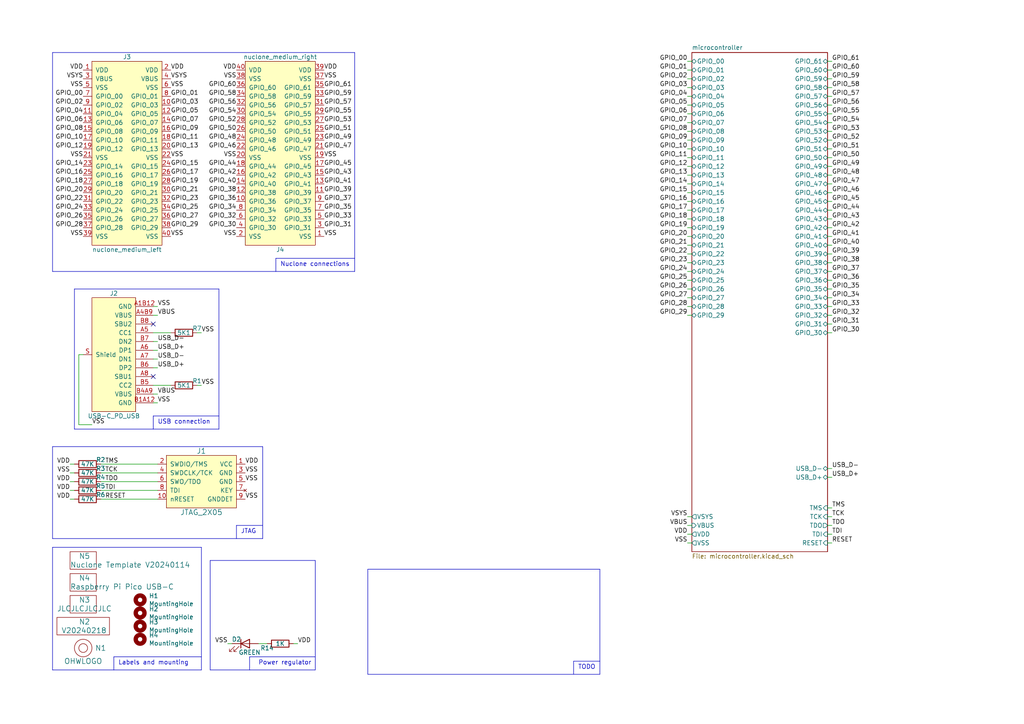
<source format=kicad_sch>
(kicad_sch (version 20230121) (generator eeschema)
  (paper "A4")
  (lib_symbols
    (symbol "Device:LED" (pin_numbers hide) (pin_names (offset 1.016) hide)
      (property "Reference" "D" (at 0 2.54 0))
      (property "Value" "LED" (at 0 -2.54 0))
      (symbol "LED_0_1"
        (polyline (pts (xy -1.27 -1.27) (xy -1.27 1.27)) (stroke (width 0.254)))
        (polyline (pts (xy -1.27 0) (xy 1.27 0)))
        (polyline (pts (xy 1.27 -1.27) (xy 1.27 1.27) (xy -1.27 0) (xy 1.27 -1.27)) (stroke (width 0.254)))
        (polyline (pts (xy -3.048 -0.762) (xy -4.572 -2.286) (xy -3.81 -2.286) (xy -4.572 -2.286) (xy -4.572 -1.524)))
        (polyline (pts (xy -1.778 -0.762) (xy -3.302 -2.286) (xy -2.54 -2.286) (xy -3.302 -2.286) (xy -3.302 -1.524)))
      )
      (symbol "LED_1_1"
        (pin passive line (at -3.81 0 0) (length 2.54) (name "K") (number "1"))
        (pin passive line (at 3.81 0 180) (length 2.54) (name "A") (number "2"))
      )
    )
    (symbol "Device:R" (pin_numbers hide) (pin_names (offset 0))
      (property "Reference" "R" (at 2.032 0 90))
      (property "Value" "R" (at 0 0 90))
      (symbol "R_0_1"
        (rectangle (start -1.016 -2.54) (end 1.016 2.54) (stroke (width 0.254)))
      )
      (symbol "R_1_1"
        (pin passive line (at 0 3.81 270) (length 1.27) (name "~") (number "1"))
        (pin passive line (at 0 -3.81 90) (length 1.27) (name "~") (number "2"))
      )
    )
    (symbol "Mechanical:MountingHole" (pin_names (offset 1.016))
      (property "Reference" "H" (at 0 5.08 0))
      (property "Value" "MountingHole" (at 0 3.175 0))
      (symbol "MountingHole_0_1"
        (circle (center 0 0) (radius 1.27) (stroke (width 1.27)))
      )
    )
    (symbol "SquantorConnectorsNamed:JTAG_2X05_IN" (pin_names (offset 1.016))
      (property "Reference" "J" (at 0 8.89 0))
      (property "Value" "JTAG_2X05_IN" (at 0 -8.89 0))
      (symbol "JTAG_2X05_IN_0_1"
        (rectangle (start -10.16 7.62) (end 10.16 -7.62) (fill (type background)))
      )
      (symbol "JTAG_2X05_IN_1_1"
        (pin power_in line (at 12.7 5.08 180) (length 2.54) (name "VCC") (number "1"))
        (pin open_collector line (at -12.7 -5.08 0) (length 2.54) (name "nRESET") (number "10"))
        (pin bidirectional line (at -12.7 5.08 0) (length 2.54) (name "SWDIO/TMS") (number "2"))
        (pin power_in line (at 12.7 2.54 180) (length 2.54) (name "GND") (number "3"))
        (pin output line (at -12.7 2.54 0) (length 2.54) (name "SWDCLK/TCK") (number "4"))
        (pin power_in line (at 12.7 0 180) (length 2.54) (name "GND") (number "5"))
        (pin output line (at -12.7 0 0) (length 2.54) (name "SWO/TDO") (number "6"))
        (pin no_connect line (at 12.7 -2.54 180) (length 2.54) (name "KEY") (number "7"))
        (pin input line (at -12.7 -2.54 0) (length 2.54) (name "TDI") (number "8"))
        (pin power_in line (at 12.7 -5.08 180) (length 2.54) (name "GNDDET") (number "9"))
      )
    )
    (symbol "SquantorConnectorsNamed:nuclone_medium_left" (pin_names (offset 1.016))
      (property "Reference" "J" (at 0 27.94 0))
      (property "Value" "nuclone_medium_left" (at 0 -27.94 0))
      (symbol "nuclone_medium_left_0_1"
        (rectangle (start -10.16 26.67) (end 10.16 -26.67) (fill (type background)))
      )
      (symbol "nuclone_medium_left_1_1"
        (pin power_in line (at -12.7 24.13 0) (length 2.54) (name "VDD") (number "1"))
        (pin bidirectional line (at 12.7 13.97 180) (length 2.54) (name "GPIO_03") (number "10"))
        (pin bidirectional line (at -12.7 11.43 0) (length 2.54) (name "GPIO_04") (number "11"))
        (pin bidirectional line (at 12.7 11.43 180) (length 2.54) (name "GPIO_05") (number "12"))
        (pin bidirectional line (at -12.7 8.89 0) (length 2.54) (name "GPIO_06") (number "13"))
        (pin bidirectional line (at 12.7 8.89 180) (length 2.54) (name "GPIO_07") (number "14"))
        (pin bidirectional line (at -12.7 6.35 0) (length 2.54) (name "GPIO_08") (number "15"))
        (pin bidirectional line (at 12.7 6.35 180) (length 2.54) (name "GPIO_09") (number "16"))
        (pin bidirectional line (at -12.7 3.81 0) (length 2.54) (name "GPIO_10") (number "17"))
        (pin bidirectional line (at 12.7 3.81 180) (length 2.54) (name "GPIO_11") (number "18"))
        (pin bidirectional line (at -12.7 1.27 0) (length 2.54) (name "GPIO_12") (number "19"))
        (pin power_in line (at 12.7 24.13 180) (length 2.54) (name "VDD") (number "2"))
        (pin bidirectional line (at 12.7 1.27 180) (length 2.54) (name "GPIO_13") (number "20"))
        (pin power_in line (at -12.7 -1.27 0) (length 2.54) (name "VSS") (number "21"))
        (pin power_in line (at 12.7 -1.27 180) (length 2.54) (name "VSS") (number "22"))
        (pin bidirectional line (at -12.7 -3.81 0) (length 2.54) (name "GPIO_14") (number "23"))
        (pin bidirectional line (at 12.7 -3.81 180) (length 2.54) (name "GPIO_15") (number "24"))
        (pin bidirectional line (at -12.7 -6.35 0) (length 2.54) (name "GPIO_16") (number "25"))
        (pin bidirectional line (at 12.7 -6.35 180) (length 2.54) (name "GPIO_17") (number "26"))
        (pin bidirectional line (at -12.7 -8.89 0) (length 2.54) (name "GPIO_18") (number "27"))
        (pin bidirectional line (at 12.7 -8.89 180) (length 2.54) (name "GPIO_19") (number "28"))
        (pin bidirectional line (at -12.7 -11.43 0) (length 2.54) (name "GPIO_20") (number "29"))
        (pin power_in line (at -12.7 21.59 0) (length 2.54) (name "VBUS") (number "3"))
        (pin bidirectional line (at 12.7 -11.43 180) (length 2.54) (name "GPIO_21") (number "30"))
        (pin bidirectional line (at -12.7 -13.97 0) (length 2.54) (name "GPIO_22") (number "31"))
        (pin bidirectional line (at 12.7 -13.97 180) (length 2.54) (name "GPIO_23") (number "32"))
        (pin bidirectional line (at -12.7 -16.51 0) (length 2.54) (name "GPIO_24") (number "33"))
        (pin bidirectional line (at 12.7 -16.51 180) (length 2.54) (name "GPIO_25") (number "34"))
        (pin bidirectional line (at -12.7 -19.05 0) (length 2.54) (name "GPIO_26") (number "35"))
        (pin bidirectional line (at 12.7 -19.05 180) (length 2.54) (name "GPIO_27") (number "36"))
        (pin bidirectional line (at -12.7 -21.59 0) (length 2.54) (name "GPIO_28") (number "37"))
        (pin bidirectional line (at 12.7 -21.59 180) (length 2.54) (name "GPIO_29") (number "38"))
        (pin power_in line (at -12.7 -24.13 0) (length 2.54) (name "VSS") (number "39"))
        (pin power_in line (at 12.7 21.59 180) (length 2.54) (name "VBUS") (number "4"))
        (pin power_in line (at 12.7 -24.13 180) (length 2.54) (name "VSS") (number "40"))
        (pin power_in line (at -12.7 19.05 0) (length 2.54) (name "VSS") (number "5"))
        (pin power_in line (at 12.7 19.05 180) (length 2.54) (name "VSS") (number "6"))
        (pin bidirectional line (at -12.7 16.51 0) (length 2.54) (name "GPIO_00") (number "7"))
        (pin bidirectional line (at 12.7 16.51 180) (length 2.54) (name "GPIO_01") (number "8"))
        (pin bidirectional line (at -12.7 13.97 0) (length 2.54) (name "GPIO_02") (number "9"))
      )
    )
    (symbol "SquantorConnectorsNamed:nuclone_medium_right" (pin_names (offset 1.016))
      (property "Reference" "J" (at 0 27.94 0))
      (property "Value" "nuclone_medium_right" (at 0 -27.94 0))
      (symbol "nuclone_medium_right_0_1"
        (rectangle (start 10.16 -26.67) (end -10.16 26.67) (fill (type background)))
      )
      (symbol "nuclone_medium_right_1_1"
        (pin power_in line (at 12.7 -24.13 180) (length 2.54) (name "VSS") (number "1"))
        (pin bidirectional line (at -12.7 -13.97 0) (length 2.54) (name "GPIO_36") (number "10"))
        (pin bidirectional line (at 12.7 -11.43 180) (length 2.54) (name "GPIO_39") (number "11"))
        (pin bidirectional line (at -12.7 -11.43 0) (length 2.54) (name "GPIO_38") (number "12"))
        (pin bidirectional line (at 12.7 -8.89 180) (length 2.54) (name "GPIO_41") (number "13"))
        (pin bidirectional line (at -12.7 -8.89 0) (length 2.54) (name "GPIO_40") (number "14"))
        (pin bidirectional line (at 12.7 -6.35 180) (length 2.54) (name "GPIO_43") (number "15"))
        (pin bidirectional line (at -12.7 -6.35 0) (length 2.54) (name "GPIO_42") (number "16"))
        (pin bidirectional line (at 12.7 -3.81 180) (length 2.54) (name "GPIO_45") (number "17"))
        (pin bidirectional line (at -12.7 -3.81 0) (length 2.54) (name "GPIO_44") (number "18"))
        (pin power_in line (at 12.7 -1.27 180) (length 2.54) (name "VSS") (number "19"))
        (pin power_in line (at -12.7 -24.13 0) (length 2.54) (name "VSS") (number "2"))
        (pin power_in line (at -12.7 -1.27 0) (length 2.54) (name "VSS") (number "20"))
        (pin bidirectional line (at 12.7 1.27 180) (length 2.54) (name "GPIO_47") (number "21"))
        (pin bidirectional line (at -12.7 1.27 0) (length 2.54) (name "GPIO_46") (number "22"))
        (pin bidirectional line (at 12.7 3.81 180) (length 2.54) (name "GPIO_49") (number "23"))
        (pin bidirectional line (at -12.7 3.81 0) (length 2.54) (name "GPIO_48") (number "24"))
        (pin bidirectional line (at 12.7 6.35 180) (length 2.54) (name "GPIO_51") (number "25"))
        (pin bidirectional line (at -12.7 6.35 0) (length 2.54) (name "GPIO_50") (number "26"))
        (pin bidirectional line (at 12.7 8.89 180) (length 2.54) (name "GPIO_53") (number "27"))
        (pin bidirectional line (at -12.7 8.89 0) (length 2.54) (name "GPIO_52") (number "28"))
        (pin bidirectional line (at 12.7 11.43 180) (length 2.54) (name "GPIO_55") (number "29"))
        (pin bidirectional line (at 12.7 -21.59 180) (length 2.54) (name "GPIO_31") (number "3"))
        (pin bidirectional line (at -12.7 11.43 0) (length 2.54) (name "GPIO_54") (number "30"))
        (pin bidirectional line (at 12.7 13.97 180) (length 2.54) (name "GPIO_57") (number "31"))
        (pin bidirectional line (at -12.7 13.97 0) (length 2.54) (name "GPIO_56") (number "32"))
        (pin bidirectional line (at 12.7 16.51 180) (length 2.54) (name "GPIO_59") (number "33"))
        (pin bidirectional line (at -12.7 16.51 0) (length 2.54) (name "GPIO_58") (number "34"))
        (pin bidirectional line (at 12.7 19.05 180) (length 2.54) (name "GPIO_61") (number "35"))
        (pin bidirectional line (at -12.7 19.05 0) (length 2.54) (name "GPIO_60") (number "36"))
        (pin power_in line (at 12.7 21.59 180) (length 2.54) (name "VSS") (number "37"))
        (pin power_in line (at -12.7 21.59 0) (length 2.54) (name "VSS") (number "38"))
        (pin power_in line (at 12.7 24.13 180) (length 2.54) (name "VDD") (number "39"))
        (pin bidirectional line (at -12.7 -21.59 0) (length 2.54) (name "GPIO_30") (number "4"))
        (pin power_in line (at -12.7 24.13 0) (length 2.54) (name "VDD") (number "40"))
        (pin bidirectional line (at 12.7 -19.05 180) (length 2.54) (name "GPIO_33") (number "5"))
        (pin bidirectional line (at -12.7 -19.05 0) (length 2.54) (name "GPIO_32") (number "6"))
        (pin bidirectional line (at 12.7 -16.51 180) (length 2.54) (name "GPIO_35") (number "7"))
        (pin bidirectional line (at -12.7 -16.51 0) (length 2.54) (name "GPIO_34") (number "8"))
        (pin bidirectional line (at 12.7 -13.97 180) (length 2.54) (name "GPIO_37") (number "9"))
      )
    )
    (symbol "SquantorLabels:Label" (pin_names (offset 1.016))
      (property "Reference" "N" (at 0 1.27 0))
      (property "Value" "Label" (at 0 -1.27 0))
      (symbol "Label_0_1"
        (rectangle (start -3.81 2.54) (end 3.81 -2.54))
      )
    )
    (symbol "SquantorLabels:OHWLOGO" (pin_names (offset 1.016))
      (property "Reference" "N" (at 0 3.81 0))
      (property "Value" "OHWLOGO" (at 0 -3.81 0))
      (symbol "OHWLOGO_0_1"
        (circle (center 0 0) (radius 1.27))
        (circle (center 0 0) (radius 2.54))
      )
    )
    (symbol "SquantorLabels:VYYYYMMDD" (pin_names (offset 1.016))
      (property "Reference" "N" (at 0 2.54 0))
      (property "Value" "VYYYYMMDD" (at 0 0 0))
      (symbol "VYYYYMMDD_0_1"
        (rectangle (start 7.62 -1.27) (end -7.62 3.81))
      )
    )
    (symbol "SquantorUsb:USB-C_PD_USB" (pin_names (offset 1.016))
      (property "Reference" "J" (at 0 17.78 0))
      (property "Value" "USB-C_PD_USB" (at 0 -17.78 0))
      (symbol "USB-C_PD_USB_0_1"
        (rectangle (start 6.35 16.51) (end -6.35 -16.51) (fill (type background)))
      )
      (symbol "USB-C_PD_USB_1_1"
        (pin power_out line (at 11.43 13.97 180) (length 5.08) (name "GND") (number "A1B12"))
        (pin power_out line (at 11.43 11.43 180) (length 5.08) (name "VBUS") (number "A4B9"))
        (pin bidirectional line (at 11.43 6.35 180) (length 5.08) (name "CC1") (number "A5"))
        (pin bidirectional line (at 11.43 1.27 180) (length 5.08) (name "DP1") (number "A6"))
        (pin bidirectional line (at 11.43 -1.27 180) (length 5.08) (name "DN1") (number "A7"))
        (pin bidirectional line (at 11.43 -6.35 180) (length 5.08) (name "SBU1") (number "A8"))
        (pin passive line (at 11.43 -13.97 180) (length 5.08) (name "GND") (number "B1A12"))
        (pin passive line (at 11.43 -11.43 180) (length 5.08) (name "VBUS") (number "B4A9"))
        (pin bidirectional line (at 11.43 -8.89 180) (length 5.08) (name "CC2") (number "B5"))
        (pin bidirectional line (at 11.43 -3.81 180) (length 5.08) (name "DP2") (number "B6"))
        (pin bidirectional line (at 11.43 3.81 180) (length 5.08) (name "DN2") (number "B7"))
        (pin bidirectional line (at 11.43 8.89 180) (length 5.08) (name "SBU2") (number "B8"))
        (pin passive line (at -8.89 0 0) (length 2.54) (name "Shield") (number "S"))
      )
    )
  )
  (no_connect (at 44.45 109.22))
  (no_connect (at 44.45 93.98))
  (polyline (pts (xy 63.5 120.65) (xy 44.45 120.65)))
  (wire (pts (xy 199.39 33.02) (xy 200.66 33.02)))
  (wire (pts (xy 200.66 40.64) (xy 199.39 40.64)))
  (wire (pts (xy 199.39 43.18) (xy 200.66 43.18)))
  (wire (pts (xy 240.03 78.74) (xy 241.3 78.74)))
  (wire (pts (xy 240.03 25.4) (xy 241.3 25.4)))
  (wire (pts (xy 240.03 35.56) (xy 241.3 35.56)))
  (wire (pts (xy 199.39 22.86) (xy 200.66 22.86)))
  (wire (pts (xy 21.59 142.24) (xy 20.32 142.24)))
  (wire (pts (xy 200.66 71.12) (xy 199.39 71.12)))
  (wire (pts (xy 200.66 86.36) (xy 199.39 86.36)))
  (polyline (pts (xy 15.24 15.24) (xy 15.24 78.74)))
  (polyline (pts (xy 102.87 78.74) (xy 102.87 15.24)))
  (wire (pts (xy 241.3 38.1) (xy 240.03 38.1)))
  (wire (pts (xy 240.03 138.43) (xy 241.3 138.43)))
  (wire (pts (xy 199.39 78.74) (xy 200.66 78.74)))
  (wire (pts (xy 199.39 152.4) (xy 200.66 152.4)))
  (wire (pts (xy 199.39 154.94) (xy 200.66 154.94)))
  (wire (pts (xy 199.39 58.42) (xy 200.66 58.42)))
  (wire (pts (xy 199.39 73.66) (xy 200.66 73.66)))
  (wire (pts (xy 240.03 66.04) (xy 241.3 66.04)))
  (wire (pts (xy 240.03 40.64) (xy 241.3 40.64)))
  (polyline (pts (xy 15.24 158.75) (xy 15.24 194.31)))
  (wire (pts (xy 29.21 144.78) (xy 45.72 144.78)))
  (wire (pts (xy 200.66 35.56) (xy 199.39 35.56)))
  (wire (pts (xy 241.3 58.42) (xy 240.03 58.42)))
  (wire (pts (xy 200.66 60.96) (xy 199.39 60.96)))
  (wire (pts (xy 22.86 102.87) (xy 22.86 123.19)))
  (wire (pts (xy 20.32 134.62) (xy 21.59 134.62)))
  (polyline (pts (xy 33.02 190.5) (xy 33.02 194.31)))
  (polyline (pts (xy 44.45 120.65) (xy 44.45 124.46)))
  (wire (pts (xy 86.36 186.69) (xy 85.09 186.69)))
  (wire (pts (xy 199.39 68.58) (xy 200.66 68.58)))
  (wire (pts (xy 29.21 134.62) (xy 45.72 134.62)))
  (wire (pts (xy 241.3 43.18) (xy 240.03 43.18)))
  (wire (pts (xy 200.66 45.72) (xy 199.39 45.72)))
  (wire (pts (xy 241.3 27.94) (xy 240.03 27.94)))
  (wire (pts (xy 200.66 157.48) (xy 199.39 157.48)))
  (wire (pts (xy 241.3 81.28) (xy 240.03 81.28)))
  (wire (pts (xy 44.45 111.76) (xy 49.53 111.76)))
  (wire (pts (xy 200.66 91.44) (xy 199.39 91.44)))
  (wire (pts (xy 200.66 20.32) (xy 199.39 20.32)))
  (wire (pts (xy 241.3 96.52) (xy 240.03 96.52)))
  (polyline (pts (xy 80.01 74.93) (xy 80.01 78.74)))
  (wire (pts (xy 240.03 30.48) (xy 241.3 30.48)))
  (wire (pts (xy 77.47 186.69) (xy 74.93 186.69)))
  (wire (pts (xy 29.21 137.16) (xy 45.72 137.16)))
  (wire (pts (xy 199.39 83.82) (xy 200.66 83.82)))
  (wire (pts (xy 241.3 86.36) (xy 240.03 86.36)))
  (wire (pts (xy 21.59 137.16) (xy 20.32 137.16)))
  (wire (pts (xy 199.39 53.34) (xy 200.66 53.34)))
  (wire (pts (xy 200.66 50.8) (xy 199.39 50.8)))
  (polyline (pts (xy 91.44 194.31) (xy 91.44 162.56)))
  (wire (pts (xy 200.66 66.04) (xy 199.39 66.04)))
  (polyline (pts (xy 91.44 162.56) (xy 60.96 162.56)))
  (polyline (pts (xy 15.24 78.74) (xy 102.87 78.74)))
  (wire (pts (xy 44.45 116.84) (xy 45.72 116.84)))
  (wire (pts (xy 29.21 139.7) (xy 45.72 139.7)))
  (wire (pts (xy 44.45 106.68) (xy 45.72 106.68)))
  (polyline (pts (xy 91.44 190.5) (xy 72.39 190.5)))
  (wire (pts (xy 44.45 96.52) (xy 49.53 96.52)))
  (wire (pts (xy 67.31 186.69) (xy 66.04 186.69)))
  (polyline (pts (xy 58.42 158.75) (xy 15.24 158.75)))
  (wire (pts (xy 22.86 123.19) (xy 26.67 123.19)))
  (wire (pts (xy 241.3 33.02) (xy 240.03 33.02)))
  (wire (pts (xy 241.3 68.58) (xy 240.03 68.58)))
  (polyline (pts (xy 76.2 152.4) (xy 68.58 152.4)))
  (wire (pts (xy 241.3 91.44) (xy 240.03 91.44)))
  (polyline (pts (xy 63.5 83.82) (xy 21.59 83.82)))
  (wire (pts (xy 241.3 53.34) (xy 240.03 53.34)))
  (polyline (pts (xy 76.2 129.54) (xy 15.24 129.54)))
  (polyline (pts (xy 63.5 124.46) (xy 63.5 83.82)))
  (wire (pts (xy 199.39 149.86) (xy 200.66 149.86)))
  (wire (pts (xy 240.03 83.82) (xy 241.3 83.82)))
  (wire (pts (xy 241.3 63.5) (xy 240.03 63.5)))
  (wire (pts (xy 240.03 60.96) (xy 241.3 60.96)))
  (wire (pts (xy 241.3 22.86) (xy 240.03 22.86)))
  (wire (pts (xy 240.03 76.2) (xy 241.3 76.2)))
  (wire (pts (xy 240.03 152.4) (xy 241.3 152.4)))
  (wire (pts (xy 200.66 25.4) (xy 199.39 25.4)))
  (polyline (pts (xy 102.87 74.93) (xy 80.01 74.93)))
  (wire (pts (xy 199.39 48.26) (xy 200.66 48.26)))
  (wire (pts (xy 44.45 99.06) (xy 45.72 99.06)))
  (polyline (pts (xy 72.39 190.5) (xy 72.39 194.31)))
  (polyline (pts (xy 15.24 129.54) (xy 15.24 156.21)))
  (polyline (pts (xy 68.58 152.4) (xy 68.58 156.21)))
  (polyline (pts (xy 102.87 15.24) (xy 15.24 15.24)))
  (wire (pts (xy 200.66 55.88) (xy 199.39 55.88)))
  (wire (pts (xy 240.03 154.94) (xy 241.3 154.94)))
  (wire (pts (xy 29.21 142.24) (xy 45.72 142.24)))
  (polyline (pts (xy 166.37 195.58) (xy 166.37 191.77)))
  (polyline (pts (xy 106.68 165.1) (xy 173.99 165.1)))
  (wire (pts (xy 20.32 139.7) (xy 21.59 139.7)))
  (wire (pts (xy 240.03 55.88) (xy 241.3 55.88)))
  (wire (pts (xy 199.39 17.78) (xy 200.66 17.78)))
  (wire (pts (xy 200.66 30.48) (xy 199.39 30.48)))
  (wire (pts (xy 240.03 88.9) (xy 241.3 88.9)))
  (wire (pts (xy 199.39 88.9) (xy 200.66 88.9)))
  (wire (pts (xy 200.66 81.28) (xy 199.39 81.28)))
  (polyline (pts (xy 173.99 195.58) (xy 106.68 195.58)))
  (wire (pts (xy 200.66 76.2) (xy 199.39 76.2)))
  (wire (pts (xy 240.03 50.8) (xy 241.3 50.8)))
  (polyline (pts (xy 58.42 194.31) (xy 58.42 158.75)))
  (polyline (pts (xy 106.68 195.58) (xy 106.68 165.1)))
  (wire (pts (xy 240.03 157.48) (xy 241.3 157.48)))
  (wire (pts (xy 44.45 104.14) (xy 45.72 104.14)))
  (wire (pts (xy 240.03 20.32) (xy 241.3 20.32)))
  (wire (pts (xy 57.15 96.52) (xy 58.42 96.52)))
  (wire (pts (xy 240.03 147.32) (xy 241.3 147.32)))
  (polyline (pts (xy 58.42 190.5) (xy 33.02 190.5)))
  (wire (pts (xy 240.03 71.12) (xy 241.3 71.12)))
  (wire (pts (xy 240.03 45.72) (xy 241.3 45.72)))
  (wire (pts (xy 57.15 111.76) (xy 58.42 111.76)))
  (polyline (pts (xy 15.24 156.21) (xy 76.2 156.21)))
  (polyline (pts (xy 60.96 194.31) (xy 91.44 194.31)))
  (polyline (pts (xy 21.59 124.46) (xy 63.5 124.46)))
  (wire (pts (xy 44.45 88.9) (xy 45.72 88.9)))
  (wire (pts (xy 20.32 144.78) (xy 21.59 144.78)))
  (wire (pts (xy 199.39 38.1) (xy 200.66 38.1)))
  (wire (pts (xy 44.45 114.3) (xy 45.72 114.3)))
  (wire (pts (xy 241.3 17.78) (xy 240.03 17.78)))
  (wire (pts (xy 240.03 149.86) (xy 241.3 149.86)))
  (polyline (pts (xy 76.2 156.21) (xy 76.2 129.54)))
  (wire (pts (xy 240.03 93.98) (xy 241.3 93.98)))
  (wire (pts (xy 241.3 48.26) (xy 240.03 48.26)))
  (wire (pts (xy 199.39 63.5) (xy 200.66 63.5)))
  (wire (pts (xy 241.3 73.66) (xy 240.03 73.66)))
  (wire (pts (xy 240.03 135.89) (xy 241.3 135.89)))
  (wire (pts (xy 199.39 27.94) (xy 200.66 27.94)))
  (wire (pts (xy 44.45 91.44) (xy 45.72 91.44)))
  (polyline (pts (xy 15.24 194.31) (xy 58.42 194.31)))
  (wire (pts (xy 24.13 102.87) (xy 22.86 102.87)))
  (polyline (pts (xy 173.99 165.1) (xy 173.99 195.58)))
  (polyline (pts (xy 21.59 83.82) (xy 21.59 124.46)))
  (polyline (pts (xy 60.96 162.56) (xy 60.96 194.31)))
  (polyline (pts (xy 166.37 191.77) (xy 173.99 191.77)))
  (wire (pts (xy 44.45 101.6) (xy 45.72 101.6)))
  (text "Labels and mounting" (at 34.29 193.04 0) (effects (font (size 1.27 1.27)) (justify left bottom)))
  (text "TODO" (at 167.64 194.31 0) (effects (font (size 1.27 1.27)) (justify left bottom)))
  (text "USB connection" (at 45.72 123.19 0) (effects (font (size 1.27 1.27)) (justify left bottom)))
  (text "Power regulator" (at 74.93 193.04 0) (effects (font (size 1.27 1.27)) (justify left bottom)))
  (text "Nuclone connections" (at 81.28 77.47 0) (effects (font (size 1.27 1.27)) (justify left bottom)))
  (text "JTAG" (at 69.85 154.94 0) (effects (font (size 1.27 1.27)) (justify left bottom)))
  (label "GPIO_07" (at 199.39 35.56 180))
  (label "VSS" (at 66.04 186.69 180))
  (label "GPIO_02" (at 199.39 22.86 180))
  (label "VDD" (at 71.12 134.62 0))
  (label "GPIO_54" (at 241.3 35.56 0))
  (label "VDD" (at 24.13 20.32 180))
  (label "GPIO_30" (at 68.58 66.04 180))
  (label "GPIO_29" (at 199.39 91.44 180))
  (label "VBUS" (at 199.39 152.4 180))
  (label "VSS" (at 199.39 157.48 180))
  (label "GPIO_14" (at 199.39 53.34 180))
  (label "GPIO_17" (at 199.39 60.96 180))
  (label "GPIO_00" (at 24.13 27.94 180))
  (label "GPIO_20" (at 199.39 68.58 180))
  (label "GPIO_08" (at 24.13 38.1 180))
  (label "GPIO_19" (at 49.53 53.34 0))
  (label "GPIO_03" (at 49.53 30.48 0))
  (label "GPIO_18" (at 24.13 53.34 180))
  (label "GPIO_48" (at 68.58 40.64 180))
  (label "GPIO_38" (at 68.58 55.88 180))
  (label "GPIO_12" (at 24.13 43.18 180))
  (label "GPIO_59" (at 241.3 22.86 0))
  (label "GPIO_56" (at 241.3 30.48 0))
  (label "VDD" (at 20.32 139.7 180))
  (label "GPIO_48" (at 241.3 50.8 0))
  (label "GPIO_35" (at 241.3 83.82 0))
  (label "GPIO_45" (at 93.98 48.26 0))
  (label "GPIO_27" (at 49.53 63.5 0))
  (label "GPIO_39" (at 241.3 73.66 0))
  (label "GPIO_44" (at 241.3 60.96 0))
  (label "GPIO_10" (at 24.13 40.64 180))
  (label "TDO" (at 30.48 139.7 0))
  (label "GPIO_19" (at 199.39 66.04 180))
  (label "GPIO_26" (at 199.39 83.82 180))
  (label "GPIO_36" (at 241.3 81.28 0))
  (label "VSS" (at 26.67 123.19 0))
  (label "GPIO_60" (at 241.3 20.32 0))
  (label "GPIO_43" (at 241.3 63.5 0))
  (label "GPIO_14" (at 24.13 48.26 180))
  (label "VSS" (at 58.42 96.52 0))
  (label "GPIO_30" (at 241.3 96.52 0))
  (label "GPIO_34" (at 241.3 86.36 0))
  (label "GPIO_25" (at 199.39 81.28 180))
  (label "GPIO_13" (at 49.53 43.18 0))
  (label "GPIO_55" (at 241.3 33.02 0))
  (label "VDD" (at 86.36 186.69 0))
  (label "VSS" (at 68.58 68.58 180))
  (label "VSS" (at 49.53 45.72 0))
  (label "VSS" (at 71.12 137.16 0))
  (label "GPIO_18" (at 199.39 63.5 180))
  (label "VSS" (at 24.13 68.58 180))
  (label "VSS" (at 45.72 116.84 0))
  (label "GPIO_15" (at 49.53 48.26 0))
  (label "GPIO_20" (at 24.13 55.88 180))
  (label "GPIO_32" (at 241.3 91.44 0))
  (label "GPIO_02" (at 24.13 30.48 180))
  (label "GPIO_21" (at 199.39 71.12 180))
  (label "TDI" (at 241.3 154.94 0))
  (label "GPIO_11" (at 49.53 40.64 0))
  (label "VDD" (at 68.58 20.32 180))
  (label "GPIO_33" (at 93.98 63.5 0))
  (label "GPIO_06" (at 24.13 35.56 180))
  (label "VDD" (at 199.39 154.94 180))
  (label "VSS" (at 68.58 22.86 180))
  (label "GPIO_04" (at 24.13 33.02 180))
  (label "GPIO_51" (at 241.3 43.18 0))
  (label "GPIO_50" (at 68.58 38.1 180))
  (label "GPIO_49" (at 93.98 40.64 0))
  (label "GPIO_57" (at 93.98 30.48 0))
  (label "USB_D-" (at 45.72 104.14 0))
  (label "GPIO_08" (at 199.39 38.1 180))
  (label "GPIO_45" (at 241.3 58.42 0))
  (label "GPIO_23" (at 199.39 76.2 180))
  (label "VDD" (at 20.32 144.78 180))
  (label "GPIO_24" (at 199.39 78.74 180))
  (label "TDI" (at 30.48 142.24 0))
  (label "VSYS" (at 49.53 22.86 0))
  (label "GPIO_13" (at 199.39 50.8 180))
  (label "GPIO_32" (at 68.58 63.5 180))
  (label "TCK" (at 241.3 149.86 0))
  (label "VSS" (at 24.13 25.4 180))
  (label "VSS" (at 20.32 137.16 180))
  (label "GPIO_47" (at 241.3 53.34 0))
  (label "USB_D-" (at 45.72 99.06 0))
  (label "GPIO_41" (at 93.98 53.34 0))
  (label "VBUS" (at 45.72 91.44 0))
  (label "GPIO_28" (at 199.39 88.9 180))
  (label "GPIO_39" (at 93.98 55.88 0))
  (label "GPIO_37" (at 93.98 58.42 0))
  (label "GPIO_52" (at 241.3 40.64 0))
  (label "GPIO_00" (at 199.39 17.78 180))
  (label "GPIO_05" (at 199.39 30.48 180))
  (label "GPIO_41" (at 241.3 68.58 0))
  (label "USB_D-" (at 241.3 135.89 0))
  (label "GPIO_11" (at 199.39 45.72 180))
  (label "GPIO_52" (at 68.58 35.56 180))
  (label "GPIO_43" (at 93.98 50.8 0))
  (label "GPIO_09" (at 199.39 40.64 180))
  (label "USB_D+" (at 45.72 101.6 0))
  (label "TMS" (at 241.3 147.32 0))
  (label "VSS" (at 45.72 88.9 0))
  (label "GPIO_50" (at 241.3 45.72 0))
  (label "GPIO_61" (at 241.3 17.78 0))
  (label "GPIO_15" (at 199.39 55.88 180))
  (label "VSS" (at 71.12 144.78 0))
  (label "VDD" (at 20.32 134.62 180))
  (label "GPIO_10" (at 199.39 43.18 180))
  (label "GPIO_60" (at 68.58 25.4 180))
  (label "VSS" (at 49.53 25.4 0))
  (label "GPIO_42" (at 68.58 50.8 180))
  (label "GPIO_34" (at 68.58 60.96 180))
  (label "GPIO_49" (at 241.3 48.26 0))
  (label "GPIO_01" (at 199.39 20.32 180))
  (label "TDO" (at 241.3 152.4 0))
  (label "VSS" (at 93.98 45.72 0))
  (label "GPIO_28" (at 24.13 66.04 180))
  (label "VSYS" (at 24.13 22.86 180))
  (label "GPIO_09" (at 49.53 38.1 0))
  (label "VDD" (at 49.53 20.32 0))
  (label "GPIO_57" (at 241.3 27.94 0))
  (label "GPIO_16" (at 24.13 50.8 180))
  (label "GPIO_12" (at 199.39 48.26 180))
  (label "GPIO_44" (at 68.58 48.26 180))
  (label "GPIO_17" (at 49.53 50.8 0))
  (label "GPIO_26" (at 24.13 63.5 180))
  (label "VSS" (at 93.98 68.58 0))
  (label "GPIO_37" (at 241.3 78.74 0))
  (label "GPIO_46" (at 68.58 43.18 180))
  (label "GPIO_31" (at 241.3 93.98 0))
  (label "GPIO_56" (at 68.58 30.48 180))
  (label "VSS" (at 49.53 68.58 0))
  (label "GPIO_46" (at 241.3 55.88 0))
  (label "GPIO_22" (at 24.13 58.42 180))
  (label "GPIO_05" (at 49.53 33.02 0))
  (label "GPIO_33" (at 241.3 88.9 0))
  (label "GPIO_22" (at 199.39 73.66 180))
  (label "USB_D+" (at 45.72 106.68 0))
  (label "TCK" (at 30.48 137.16 0))
  (label "GPIO_40" (at 241.3 71.12 0))
  (label "TMS" (at 30.48 134.62 0))
  (label "GPIO_36" (at 68.58 58.42 180))
  (label "GPIO_29" (at 49.53 66.04 0))
  (label "VDD" (at 93.98 20.32 0))
  (label "VSS" (at 24.13 45.72 180))
  (label "GPIO_24" (at 24.13 60.96 180))
  (label "GPIO_16" (at 199.39 58.42 180))
  (label "GPIO_47" (at 93.98 43.18 0))
  (label "GPIO_01" (at 49.53 27.94 0))
  (label "GPIO_25" (at 49.53 60.96 0))
  (label "VSYS" (at 199.39 149.86 180))
  (label "GPIO_03" (at 199.39 25.4 180))
  (label "VSS" (at 58.42 111.76 0))
  (label "RESET" (at 30.48 144.78 0))
  (label "GPIO_31" (at 93.98 66.04 0))
  (label "GPIO_53" (at 93.98 35.56 0))
  (label "VDD" (at 20.32 142.24 180))
  (label "VSS" (at 93.98 22.86 0))
  (label "GPIO_23" (at 49.53 58.42 0))
  (label "GPIO_51" (at 93.98 38.1 0))
  (label "GPIO_07" (at 49.53 35.56 0))
  (label "GPIO_40" (at 68.58 53.34 180))
  (label "GPIO_06" (at 199.39 33.02 180))
  (label "GPIO_54" (at 68.58 33.02 180))
  (label "GPIO_27" (at 199.39 86.36 180))
  (label "USB_D+" (at 241.3 138.43 0))
  (label "GPIO_04" (at 199.39 27.94 180))
  (label "GPIO_58" (at 68.58 27.94 180))
  (label "VSS" (at 71.12 139.7 0))
  (label "GPIO_42" (at 241.3 66.04 0))
  (label "GPIO_35" (at 93.98 60.96 0))
  (label "VSS" (at 68.58 45.72 180))
  (label "RESET" (at 241.3 157.48 0))
  (label "GPIO_61" (at 93.98 25.4 0))
  (label "GPIO_58" (at 241.3 25.4 0))
  (label "GPIO_55" (at 93.98 33.02 0))
  (label "VBUS" (at 45.72 114.3 0))
  (label "GPIO_38" (at 241.3 76.2 0))
  (label "GPIO_59" (at 93.98 27.94 0))
  (label "GPIO_21" (at 49.53 55.88 0))
  (label "GPIO_53" (at 241.3 38.1 0))
  (symbol (lib_id "SquantorLabels:OHWLOGO") (at 24.13 187.96 0) (unit 1)
    (property "Reference" "N1" (at 29.21 187.96 0) (effects (font (size 1.524 1.524))))
    (property "Value" "OHWLOGO" (at 24.13 191.77 0) (effects (font (size 1.524 1.524))))
    (property "Footprint" "Symbol:OSHW-Symbol_6.7x6mm_SilkScreen" (effects hide))
  )
  (symbol (lib_id "SquantorConnectorsNamed:JTAG_2X05_IN") (at 58.42 139.7 0) (unit 1)
    (property "Reference" "J1" (at 58.42 130.81 0) (effects (font (size 1.524 1.524))))
    (property "Value" "JTAG_2X05" (at 58.42 148.59 0) (effects (font (size 1.524 1.524))))
    (property "Footprint" "SquantorConnectors:Header-0127-2X05-H006" (effects hide))
  )
  (symbol (lib_id "Mechanical:MountingHole") (at 40.64 185.42 0) (unit 1)
    (property "Reference" "H4" (at 43.18 184.2516 0) (effects (justify left)))
    (property "Value" "MountingHole" (at 43.18 186.563 0) (effects (justify left)))
    (property "Footprint" "SquantorPcbOutline:MountingHole_3.2mm_M3_Pad_Via" (effects hide))
  )
  (symbol (lib_id "Mechanical:MountingHole") (at 40.64 181.61 0) (unit 1)
    (property "Reference" "H3" (at 43.18 180.4416 0) (effects (justify left)))
    (property "Value" "MountingHole" (at 43.18 182.753 0) (effects (justify left)))
    (property "Footprint" "SquantorPcbOutline:MountingHole_3.2mm_M3_Pad_Via" (effects hide))
  )
  (symbol (lib_id "Mechanical:MountingHole") (at 40.64 177.8 0) (unit 1)
    (property "Reference" "H2" (at 43.18 176.6316 0) (effects (justify left)))
    (property "Value" "MountingHole" (at 43.18 178.943 0) (effects (justify left)))
    (property "Footprint" "SquantorPcbOutline:MountingHole_3.2mm_M3_Pad_Via" (effects hide))
  )
  (symbol (lib_id "Mechanical:MountingHole") (at 40.64 173.99 0) (unit 1)
    (property "Reference" "H1" (at 43.18 172.8216 0) (effects (justify left)))
    (property "Value" "MountingHole" (at 43.18 175.133 0) (effects (justify left)))
    (property "Footprint" "SquantorPcbOutline:MountingHole_3.2mm_M3_Pad_Via" (effects hide))
  )
  (symbol (lib_id "SquantorLabels:VYYYYMMDD") (at 24.13 182.88 0) (unit 1)
    (property "Reference" "N2" (at 22.86 180.34 0) (effects (font (size 1.524 1.524)) (justify left)))
    (property "Value" "V20240218" (at 17.78 182.88 0) (effects (font (size 1.524 1.524)) (justify left)))
    (property "Footprint" "SquantorLabels:Label_Generic" (effects hide))
  )
  (symbol (lib_id "SquantorConnectorsNamed:nuclone_medium_left") (at 36.83 44.45 0) (unit 1)
    (property "Reference" "J3" (at 36.83 16.51 0))
    (property "Value" "nuclone_medium_left" (at 36.83 72.39 0))
    (property "Footprint" "SquantorConnectorsNamed:nuclone_medium_left_stacked" (effects hide))
  )
  (symbol (lib_id "SquantorConnectorsNamed:nuclone_medium_right") (at 81.28 44.45 0) (unit 1)
    (property "Reference" "J4" (at 81.28 72.39 0))
    (property "Value" "nuclone_medium_right" (at 81.28 16.51 0))
    (property "Footprint" "SquantorConnectorsNamed:nuclone_medium_right_stacked" (effects hide))
  )
  (symbol (lib_id "SquantorLabels:Label") (at 24.13 175.26 0) (unit 1)
    (property "Reference" "N3" (at 22.86 173.99 0) (effects (font (size 1.524 1.524)) (justify left)))
    (property "Value" "JLCJLCJLCJLC" (at 16.51 176.53 0) (effects (font (size 1.524 1.524)) (justify left)))
    (property "Footprint" "SquantorLabels:Label_Generic" (effects hide))
  )
  (symbol (lib_id "Device:R") (at 25.4 134.62 270) (unit 1)
    (property "Reference" "R2" (at 29.21 133.35 90))
    (property "Value" "47K" (at 25.4 134.62 90))
    (property "Footprint" "SquantorResistor:R_0603_hand" (effects hide))
  )
  (symbol (lib_id "Device:R") (at 25.4 137.16 270) (unit 1)
    (property "Reference" "R3" (at 29.21 135.89 90))
    (property "Value" "47K" (at 25.4 137.16 90))
    (property "Footprint" "SquantorResistor:R_0603_hand" (effects hide))
  )
  (symbol (lib_id "Device:R") (at 25.4 139.7 270) (unit 1)
    (property "Reference" "R4" (at 29.21 138.43 90))
    (property "Value" "47K" (at 25.4 139.7 90))
    (property "Footprint" "SquantorResistor:R_0603_hand" (effects hide))
  )
  (symbol (lib_id "Device:R") (at 25.4 142.24 270) (unit 1)
    (property "Reference" "R5" (at 29.21 140.97 90))
    (property "Value" "47K" (at 25.4 142.24 90))
    (property "Footprint" "SquantorResistor:R_0603_hand" (effects hide))
  )
  (symbol (lib_id "Device:R") (at 25.4 144.78 270) (unit 1)
    (property "Reference" "R6" (at 29.21 143.51 90))
    (property "Value" "47K" (at 25.4 144.78 90))
    (property "Footprint" "SquantorResistor:R_0603_hand" (effects hide))
  )
  (symbol (lib_id "SquantorLabels:Label") (at 24.13 168.91 0) (unit 1)
    (property "Reference" "N4" (at 22.86 167.64 0) (effects (font (size 1.524 1.524)) (justify left)))
    (property "Value" "Raspberry Pi Pico USB-C" (at 20.32 170.18 0) (effects (font (size 1.524 1.524)) (justify left)))
    (property "Footprint" "SquantorLabels:Label_Generic" (effects hide))
  )
  (symbol (lib_id "Device:R") (at 81.28 186.69 90) (unit 1)
    (property "Reference" "R14" (at 77.47 187.96 90))
    (property "Value" "1K" (at 81.28 186.69 90))
    (property "Footprint" "SquantorResistor:R_0603_hand" (effects hide))
  )
  (symbol (lib_id "Device:LED") (at 71.12 186.69 0) (unit 1)
    (property "Reference" "D2" (at 68.58 185.42 0))
    (property "Value" "GREEN" (at 72.39 189.23 0))
    (property "Footprint" "SquantorDiodes:LED_0603_hand" (effects hide))
  )
  (symbol (lib_id "SquantorLabels:Label") (at 24.13 162.56 0) (unit 1)
    (property "Reference" "N5" (at 22.86 161.29 0) (effects (font (size 1.524 1.524)) (justify left)))
    (property "Value" "Nuclone Template V20240114" (at 20.32 163.83 0) (effects (font (size 1.524 1.524)) (justify left)))
    (property "Footprint" "SquantorLabels:Label_Generic" (effects hide))
  )
  (symbol (lib_id "Device:R") (at 53.34 96.52 270) (unit 1)
    (property "Reference" "R7" (at 57.15 95.25 90))
    (property "Value" "5K1" (at 53.34 96.52 90))
    (property "Footprint" "SquantorResistor:R_0603_hand" (effects hide))
  )
  (symbol (lib_id "SquantorUsb:USB-C_PD_USB") (at 33.02 102.87 0) (unit 1)
    (property "Reference" "J2" (at 33.02 85.09 0))
    (property "Value" "USB-C_PD_USB" (at 33.02 120.65 0))
    (property "Footprint" "SquantorUsb:USB-C-HRO-31-M-12_aisler" (effects hide))
  )
  (symbol (lib_id "Device:R") (at 53.34 111.76 270) (unit 1)
    (property "Reference" "R1" (at 57.15 110.49 90))
    (property "Value" "5K1" (at 53.34 111.76 90))
    (property "Footprint" "SquantorResistor:R_0603_hand" (effects hide))
  )
  (sheet (at 200.66 15.24) (size 39.37 144.78)
    (property "Sheetname" "microcontroller" (at 200.66 14.5284 0) (effects (justify left bottom)))
    (property "Sheetfile" "microcontroller.kicad_sch" (at 200.66 160.6046 0) (effects (justify left top)))
    (pin "TMS" input (at 240.03 147.32 0))
    (pin "TCK" input (at 240.03 149.86 0))
    (pin "TDI" input (at 240.03 154.94 0))
    (pin "TDO" output (at 240.03 152.4 0))
    (pin "RESET" input (at 240.03 157.48 0))
    (pin "GPIO_00" bidirectional (at 200.66 17.78 180))
    (pin "GPIO_01" bidirectional (at 200.66 20.32 180))
    (pin "GPIO_02" bidirectional (at 200.66 22.86 180))
    (pin "GPIO_03" bidirectional (at 200.66 25.4 180))
    (pin "GPIO_04" bidirectional (at 200.66 27.94 180))
    (pin "GPIO_05" bidirectional (at 200.66 30.48 180))
    (pin "GPIO_06" bidirectional (at 200.66 33.02 180))
    (pin "GPIO_07" bidirectional (at 200.66 35.56 180))
    (pin "GPIO_08" bidirectional (at 200.66 38.1 180))
    (pin "GPIO_09" bidirectional (at 200.66 40.64 180))
    (pin "GPIO_10" bidirectional (at 200.66 43.18 180))
    (pin "GPIO_11" bidirectional (at 200.66 45.72 180))
    (pin "GPIO_12" bidirectional (at 200.66 48.26 180))
    (pin "GPIO_13" bidirectional (at 200.66 50.8 180))
    (pin "GPIO_14" bidirectional (at 200.66 53.34 180))
    (pin "GPIO_15" bidirectional (at 200.66 55.88 180))
    (pin "GPIO_16" bidirectional (at 200.66 58.42 180))
    (pin "GPIO_17" bidirectional (at 200.66 60.96 180))
    (pin "GPIO_18" bidirectional (at 200.66 63.5 180))
    (pin "GPIO_19" bidirectional (at 200.66 66.04 180))
    (pin "GPIO_20" bidirectional (at 200.66 68.58 180))
    (pin "GPIO_21" bidirectional (at 200.66 71.12 180))
    (pin "GPIO_22" bidirectional (at 200.66 73.66 180))
    (pin "GPIO_23" bidirectional (at 200.66 76.2 180))
    (pin "GPIO_24" bidirectional (at 200.66 78.74 180))
    (pin "GPIO_25" bidirectional (at 200.66 81.28 180))
    (pin "GPIO_26" bidirectional (at 200.66 83.82 180))
    (pin "GPIO_27" bidirectional (at 200.66 86.36 180))
    (pin "GPIO_28" bidirectional (at 200.66 88.9 180))
    (pin "GPIO_29" bidirectional (at 200.66 91.44 180))
    (pin "GPIO_30" bidirectional (at 240.03 96.52 0))
    (pin "GPIO_31" bidirectional (at 240.03 93.98 0))
    (pin "GPIO_32" bidirectional (at 240.03 91.44 0))
    (pin "GPIO_33" bidirectional (at 240.03 88.9 0))
    (pin "GPIO_34" bidirectional (at 240.03 86.36 0))
    (pin "GPIO_35" bidirectional (at 240.03 83.82 0))
    (pin "GPIO_36" bidirectional (at 240.03 81.28 0))
    (pin "GPIO_37" bidirectional (at 240.03 78.74 0))
    (pin "GPIO_38" bidirectional (at 240.03 76.2 0))
    (pin "GPIO_39" bidirectional (at 240.03 73.66 0))
    (pin "GPIO_40" bidirectional (at 240.03 71.12 0))
    (pin "GPIO_41" bidirectional (at 240.03 68.58 0))
    (pin "GPIO_42" bidirectional (at 240.03 66.04 0))
    (pin "GPIO_43" bidirectional (at 240.03 63.5 0))
    (pin "GPIO_44" bidirectional (at 240.03 60.96 0))
    (pin "GPIO_45" bidirectional (at 240.03 58.42 0))
    (pin "GPIO_46" bidirectional (at 240.03 55.88 0))
    (pin "GPIO_47" bidirectional (at 240.03 53.34 0))
    (pin "GPIO_48" bidirectional (at 240.03 50.8 0))
    (pin "GPIO_49" bidirectional (at 240.03 48.26 0))
    (pin "GPIO_50" bidirectional (at 240.03 45.72 0))
    (pin "GPIO_51" bidirectional (at 240.03 43.18 0))
    (pin "GPIO_52" bidirectional (at 240.03 40.64 0))
    (pin "GPIO_53" bidirectional (at 240.03 38.1 0))
    (pin "GPIO_54" bidirectional (at 240.03 35.56 0))
    (pin "GPIO_55" bidirectional (at 240.03 33.02 0))
    (pin "GPIO_56" bidirectional (at 240.03 30.48 0))
    (pin "GPIO_57" bidirectional (at 240.03 27.94 0))
    (pin "GPIO_58" bidirectional (at 240.03 25.4 0))
    (pin "GPIO_59" bidirectional (at 240.03 22.86 0))
    (pin "GPIO_60" bidirectional (at 240.03 20.32 0))
    (pin "GPIO_61" bidirectional (at 240.03 17.78 0))
    (pin "VSS" output (at 200.66 157.48 180))
    (pin "VDD" output (at 200.66 154.94 180))
    (pin "USB_D-" bidirectional (at 240.03 135.89 0))
    (pin "USB_D+" bidirectional (at 240.03 138.43 0))
    (pin "VSYS" output (at 200.66 149.86 180))
    (pin "VBUS" input (at 200.66 152.4 180))
  )
)
</source>
